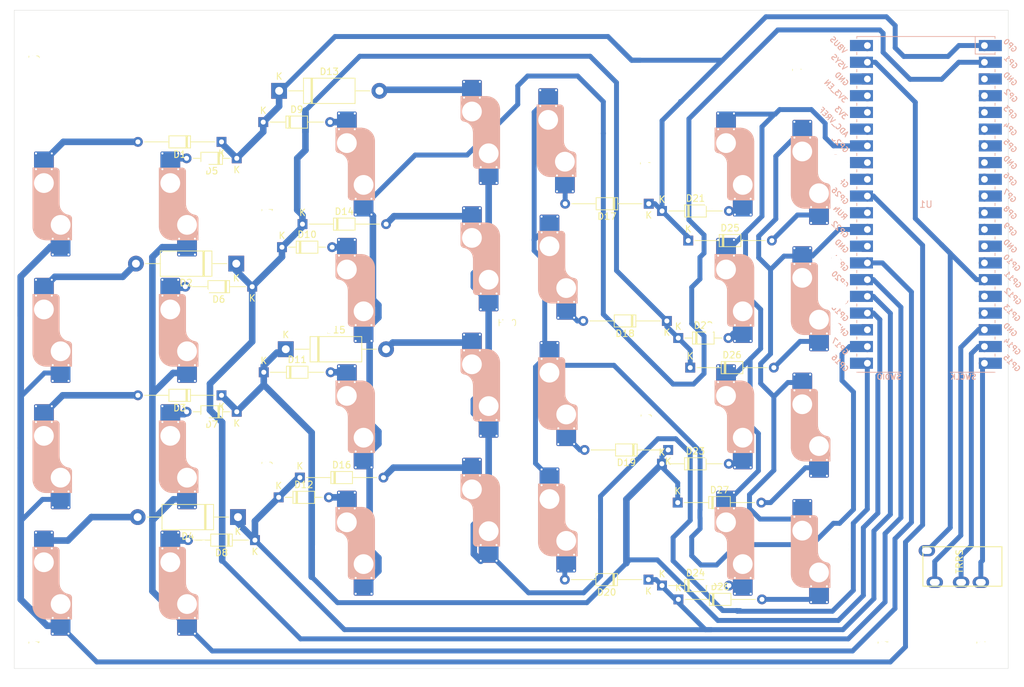
<source format=kicad_pcb>
(kicad_pcb (version 20240108) (generator "pcbnew") (generator_version "8.0")
  (layers (0 "F.Cu" signal) (31 "B.Cu" signal) (34 "B.Paste" user) (35 "F.Paste" user) (36 "B.SilkS" user "B.Silkscreen") (37 "F.SilkS" user "F.Silkscreen") (38 "B.Mask" user) (39 "F.Mask" user) (44 "Edge.Cuts" user))
  (net 0 "")
  (net 1 "Net-(D1-A)")
  (net 2 "/r1")
  (net 3 "Net-(D2-A)")
  (net 4 "/r2")
  (net 5 "/r3")
  (net 6 "Net-(D3-A)")
  (net 7 "/r4")
  (net 8 "Net-(D4-A)")
  (net 9 "Net-(D5-A)")
  (net 10 "Net-(D6-A)")
  (net 11 "Net-(D7-A)")
  (net 12 "Net-(D8-A)")
  (net 13 "Net-(D9-A)")
  (net 14 "Net-(D10-A)")
  (net 15 "Net-(D11-A)")
  (net 16 "Net-(D12-A)")
  (net 17 "Net-(D13-A)")
  (net 18 "Net-(D14-A)")
  (net 19 "Net-(D15-A)")
  (net 20 "Net-(D16-A)")
  (net 21 "Net-(D17-A)")
  (net 22 "Net-(D18-A)")
  (net 23 "Net-(D19-A)")
  (net 24 "Net-(D20-A)")
  (net 25 "Net-(D21-A)")
  (net 26 "Net-(D22-A)")
  (net 27 "Net-(D23-A)")
  (net 28 "Net-(D24-A)")
  (net 29 "Net-(D25-A)")
  (net 30 "Net-(D26-A)")
  (net 31 "Net-(D27-A)")
  (net 32 "Net-(D28-A)")
  (net 33 "/c1")
  (net 34 "/c2")
  (net 35 "/c3")
  (net 36 "/c4")
  (net 37 "/c5")
  (net 38 "/c6")
  (net 39 "/c7")
  (net 53 "5V")
  (net 57 "/sda")
  (net 58 "/scl")
  (net 64 "GND")
  (footprint "Diode_THT:D_DO-34_SOD68_P10.16mm_Horizontal" (layer "F.Cu") (at 86.58 130.5 180)
    (property "Reference" "D8")
    (property "Value" "D")
  )
  (footprint "BrownSugar_KBD:CherryMX_Hotswap_via_1U_with_tp" (layer "F.Cu") (at 136.4 126.8 90)
    (property "Reference" "SW20")
    (property "Value" "SW_PUSH")
  )
  (footprint "BrownSugar_KBD:mountinghole_M2" (layer "F.Cu") (at 197 147)
    (property "Reference" "H4")
    (property "Value" "MountingHole")
  )
  (footprint "BrownSugar_KBD:CherryMX_Hotswap_via_1U_with_tp" (layer "F.Cu") (at 155.6 74 -90)
    (property "Reference" "SW21")
    (property "Value" "SW_PUSH")
  )
  (footprint "BrownSugar_KBD:CherryMX_Hotswap_via_1U_with_tp" (layer "F.Cu") (at 59.6 78.8 90)
    (property "Reference" "SW1")
    (property "Value" "SW_PUSH")
  )
  (footprint "BrownSugar_KBD:CherryMX_Hotswap_via_1U_with_tp" (layer "F.Cu") (at 136.4 107.6 90)
    (property "Reference" "SW19")
    (property "Value" "SW_PUSH")
  )
  (footprint "BrownSugar_KBD:CherryMX_Hotswap_via_1U_with_tp" (layer "F.Cu") (at 59.6 98 90)
    (property "Reference" "SW2")
    (property "Value" "SW_PUSH")
  )
  (footprint "Diode_THT:D_DO-34_SOD68_P12.70mm_Horizontal" (layer "F.Cu") (at 150.8 124.8)
    (property "Reference" "D27")
    (property "Value" "D")
  )
  (footprint "Diode_THT:D_DO-34_SOD68_P12.70mm_Horizontal" (layer "F.Cu") (at 93.4 121)
    (property "Reference" "D16")
    (property "Value" "D")
  )
  (footprint "BrownSugar_KBD:CherryMX_Hotswap_via_1U_with_tp" (layer "F.Cu") (at 78.8 117.2 90)
    (property "Reference" "SW7")
    (property "Value" "SW_PUSH")
  )
  (footprint "BrownSugar_KBD:CherryMX_Hotswap_via_1U_with_tp" (layer "F.Cu") (at 59.6 117.2 90)
    (property "Reference" "SW3")
    (property "Value" "SW_PUSH")
  )
  (footprint "BrownSugar_KBD:CherryMX_Hotswap_via_1U_with_tp" (layer "F.Cu") (at 78.8 98 90)
    (property "Reference" "SW6")
    (property "Value" "SW_PUSH")
  )
  (footprint "Diode_THT:D_DO-34_SOD68_P12.70mm_Horizontal" (layer "F.Cu") (at 149.15 97.2 180)
    (property "Reference" "D18")
    (property "Value" "D")
  )
  (footprint "Diode_THT:D_DO-34_SOD68_P10.16mm_Horizontal" (layer "F.Cu") (at 86.16 92 180)
    (property "Reference" "D6")
    (property "Value" "D")
  )
  (footprint "Diode_THT:D_DO-34_SOD68_P10.16mm_Horizontal" (layer "F.Cu") (at 148.42 80.5)
    (property "Reference" "D21")
    (property "Value" "D")
  )
  (footprint "BrownSugar_KBD:mountinghole_M2" (layer "F.Cu") (at 182 147)
    (property "Reference" "H5")
    (property "Value" "MountingHole")
  )
  (footprint "BrownSugar_KBD:mountinghole_M2" (layer "F.Cu") (at 124.9 98)
    (property "Reference" "H10")
    (property "Value" "MountingHole")
  )
  (footprint "BrownSugar_KBD:CherryMX_Hotswap_via_1U_with_tp" (layer "F.Cu") (at 117 69.2 -90)
    (property "Reference" "SW13")
    (property "Value" "SW_PUSH")
  )
  (footprint "Diode_THT:D_DO-15_P15.24mm_Horizontal" (layer "F.Cu") (at 83.74 88.5 180)
    (property "Reference" "D2")
    (property "Value" "D")
  )
  (footprint "BrownSugar_KBD:CherryMX_Hotswap_via_1U_with_tp" (layer "F.Cu") (at 78.8 78.8 90)
    (property "Reference" "SW5")
    (property "Value" "SW_PUSH")
  )
  (footprint "Diode_THT:D_DO-34_SOD68_P7.62mm_Horizontal" (layer "F.Cu") (at 83.815 111 180)
    (property "Reference" "D7")
    (property "Value" "D")
  )
  (footprint "Diode_THT:D_DO-34_SOD68_P10.16mm_Horizontal" (layer "F.Cu") (at 87.84 67)
    (property "Reference" "D9")
    (property "Value" "D")
  )
  (footprint "Diode_THT:D_DO-34_SOD68_P7.62mm_Horizontal" (layer "F.Cu") (at 90.685 86)
    (property "Reference" "D10")
    (property "Value" "D")
  )
  (footprint "Diode_THT:D_DO-34_SOD68_P12.70mm_Horizontal" (layer "F.Cu") (at 81.5 108.5 180)
    (property "Reference" "D3")
    (property "Value" "D")
  )
  (footprint "BrownSugar_KBD:mountinghole_M2" (layer "F.Cu") (at 145.9 74.2)
    (property "Reference" "H6")
    (property "Value" "MountingHole")
  )
  (footprint "Diode_THT:D_DO-34_SOD68_P12.70mm_Horizontal" (layer "F.Cu") (at 150.9 139.5)
    (property "Reference" "D28")
    (property "Value" "D")
  )
  (footprint "BrownSugar_KBD:mountinghole_M2" (layer "F.Cu") (at 146 112.5)
    (property "Reference" "H9")
    (property "Value" "MountingHole")
  )
  (footprint "BrownSugar_KBD:mountinghole_M2" (layer "F.Cu") (at 53 58)
    (property "Reference" "H2")
    (property "Value" "MountingHole")
  )
  (footprint "Diode_THT:D_DO-34_SOD68_P7.62mm_Horizontal" (layer "F.Cu") (at 83.815 72.5 180)
    (property "Reference" "D5")
    (property "Value" "D")
  )
  (footprint "Diode_THT:D_DO-34_SOD68_P12.70mm_Horizontal" (layer "F.Cu") (at 152.7 104.3)
    (property "Reference" "D26")
    (property "Value" "D")
  )
  (footprint "Diode_THT:D_DO-34_SOD68_P12.70mm_Horizontal" (layer "F.Cu") (at 146.4 79.4 180)
    (property "Reference" "D17")
    (property "Value" "D")
  )
  (footprint "Diode_THT:D_DO-34_SOD68_P10.16mm_Horizontal" (layer "F.Cu") (at 148.42 137.4)
    (property "Reference" "D24")
    (property "Value" "D")
  )
  (footprint "BrownSugar_KBD:mountinghole_M2" (layer "F.Cu") (at 88.4 119.7)
    (property "Reference" "H8")
    (property "Value" "MountingHole")
  )
  (footprint "BrownSugar_KBD:CherryMX_Hotswap_via_1U_with_tp" (layer "F.Cu") (at 117 88.4 -90)
    (property "Reference" "SW14")
    (property "Value" "SW_PUSH")
  )
  (footprint "Diode_THT:D_DO-15_P15.24mm_Horizontal" (layer "F.Cu") (at 90.25 62.25)
    (property "Reference" "D13")
    (property "Value" "D")
  )
  (footprint "Diode_THT:D_DO-34_SOD68_P7.62mm_Horizontal" (layer "F.Cu") (at 90.185 124)
    (property "Reference" "D12")
    (property "Value" "D")
  )
  (footprint "BrownSugar_KBD:CherryMX_Hotswap_via_1U_with_tp" (layer "F.Cu") (at 78.8 136.4 90)
    (property "Reference" "SW8")
    (property "Value" "SW_PUSH")
  )
  (footprint "Diode_THT:D_DO-34_SOD68_P10.16mm_Horizontal" (layer "F.Cu") (at 87.92 105)
    (property "Reference" "D11")
    (property "Value" "D")
  )
  (footprint "Diode_THT:D_DO-34_SOD68_P12.70mm_Horizontal" (layer "F.Cu") (at 149.35 116.8 180)
    (property "Reference" "D19")
    (property "Value" "D")
  )
  (footprint "BrownSugar_KBD:CherryMX_Hotswap_via_1U_with_tp" (layer "F.Cu") (at 98 112.4 -90)
    (property "Reference" "SW11")
    (property "Value" "SW_PUSH")
  )
  (footprint "Diode_THT:D_DO-34_SOD68_P10.16mm_Horizontal" (layer "F.Cu") (at 148.4 118.9)
    (property "Reference" "D23")
    (property "Value" "D")
  )
  (footprint "BrownSugar_KBD:CherryMX_Hotswap_via_1U_with_tp" (layer "F.Cu") (at 98 131.6 -90)
    (property "Reference" "SW12")
    (property "Value" "SW_PUSH")
  )
  (footprint "Diode_THT:D_DO-34_SOD68_P12.70mm_Horizontal" (layer "F.Cu") (at 93.8 82.5)
    (property "Reference" "D14")
    (property "Value" "D")
  )
  (footprint "BrownSugar_KBD:TRRS_PJ-320A" (layer "F.Cu") (at 200.045 134.5 -90)
    (property "Reference" "J1")
    (property "Value" "TRRS" (hide yes))
  )
  (footprint "Diode_THT:D_DO-34_SOD68_P12.70mm_Horizontal" (layer "F.Cu") (at 152.4 85)
    (property "Reference" "D25")
    (property "Value" "D")
  )
  (footprint "Diode_THT:D_DO-34_SOD68_P7.62mm_Horizontal" (layer "F.Cu") (at 150.88 99.8)
    (property "Reference" "D22")
    (property "Value" "D")
  )
  (footprint "Diode_THT:D_DO-34_SOD68_P12.70mm_Horizontal" (layer "F.Cu") (at 146.35 136.5 180)
    (property "Reference" "D20")
    (property "Value" "D")
  )
  (footprint "BrownSugar_KBD:mountinghole_M2" (layer "F.Cu") (at 88.4 81.3)
    (property "Reference" "H7")
    (property "Value" "MountingHole")
  )
  (footprint "Diode_THT:D_DO-15_P15.24mm_Horizontal" (layer "F.Cu") (at 84 127 180)
    (property "Reference" "D4")
    (property "Value" "D")
  )
  (footprint "BrownSugar_KBD:CherryMX_Hotswap_via_1U_with_tp" (layer "F.Cu") (at 174.8 93.2 90)
    (property "Reference" "SW26")
    (property "Value" "SW_PUSH")
  )
  (footprint "BrownSugar_KBD:CherryMX_Hotswap_via_1U_with_tp" (layer "F.Cu") (at 98 93.2 -90)
    (property "Reference" "SW10")
    (property "Value" "SW_PUSH")
  )
  (footprint "BrownSugar_KBD:mountinghole_M2" (layer "F.Cu") (at 53 147)
    (property "Reference" "H3")
    (property "Value" "MountingHole")
  )
  (footprint "BrownSugar_KBD:CherryMX_Hotswap_via_1U_with_tp" (layer "F.Cu") (at 155.6 93.2 -90)
    (property "Reference" "SW22")
    (property "Value" "SW_PUSH")
  )
  (footprint "Diode_THT:D_DO-15_P15.24mm_Horizontal" (layer "F.Cu") (at 91.26 101.5)
    (property "Reference" "D15")
    (property "Value" "D")
  )
  (footprint "BrownSugar_KBD:CherryMX_Hotswap_via_1U_with_tp" (layer "F.Cu") (at 174.8 74 90)
    (property "Reference" "SW25")
    (property "Value" "SW_PUSH")
  )
  (footprint "BrownSugar_KBD:CherryMX_Hotswap_via_1U_with_tp" (layer "F.Cu") (at 136.4 88.4 90)
    (property "Reference" "SW18")
    (property "Value" "SW_PUSH")
  )
  (footprint "BrownSugar_KBD:mountinghole_M2" (layer "F.Cu") (at 169 60)
    (property "Reference" "H1")
    (property "Value" "MountingHole")
  )
  (footprint "BrownSugar_KBD:CherryMX_Hotswap_via_1U_with_tp" (layer "F.Cu") (at 155.6 112.4 -90)
    (property "Reference" "SW23")
    (property "Value" "SW_PUSH")
  )
  (footprint "BrownSugar_KBD:CherryMX_Hotswap_via_1U_with_tp" (layer "F.Cu") (at 174.8 131.6 90)
    (property "Reference" "SW28")
    (property "Value" "SW_PUSH")
  )
  (footprint "BrownSugar_KBD:CherryMX_Hotswap_via_1U_with_tp" (layer "F.Cu") (at 174.8 112.4 90)
    (property "Reference" "SW27")
    (property "Value" "SW_PUSH")
  )
  (footprint "BrownSugar_KBD:CherryMX_Hotswap_via_1U_with_tp" (layer "F.Cu") (at 117 107.6 -90)
    (property "Reference" "SW15")
    (property "Value" "SW_PUSH")
  )
  (footprint "BrownSugar_KBD:CherryMX_Hotswap_via_1U_with_tp" (layer "F.Cu") (at 98 74 -90)
    (property "Reference" "SW9")
    (property "Value" "SW_PUSH")
  )
  (footprint "BrownSugar_KBD:CherryMX_Hotswap_via_1U_with_tp" (layer "F.Cu") (at 117 126.6 -90)
    (property "Reference" "SW16")
    (property "Value" "SW_PUSH")
  )
  (footprint "Diode_THT:D_DO-34_SOD68_P12.70mm_Horizontal" (layer "F.Cu") (at 81.5 70 180)
    (property "Reference" "D1")
    (property "Value" "D")
  )
  (footprint "BrownSugar_KBD:CherryMX_Hotswap_via_1U_with_tp" (layer "F.Cu") (at 59.6 136.4 90)
    (property "Reference" "SW4")
    (property "Value" "SW_PUSH")
  )
  (footprint "BrownSugar_KBD:CherryMX_Hotswap_via_1U_with_tp" (layer "F.Cu") (at 136.2 69.2 90)
    (property "Reference" "SW17")
    (property "Value" "SW_PUSH")
  )
  (footprint "BrownSugar_KBD:CherryMX_Hotswap_via_1U_with_tp" (layer "F.Cu") (at 155.6 131.6 -90)
    (property "Reference" "SW24")
    (property "Value" "SW_PUSH")
  )
  (footprint "MCU_RaspberryPi_and_Boards:RPi_Pico_SMD_TH_NO_DEBUG" (layer "B.Cu") (at 188.5 79.5 180)
    (property "Reference" "U1")
    (property "Value" "Pico")
  )
  (gr_rect (start 50 50) (end 201 150) (stroke (width 0.05)) (fill none) (layer "Edge.Cuts"))
  (segment (start 54.52 72.96) (end 57.48 70) (width 1) (layer "B.Cu") (net 1))
  (segment (start 57.48 70) (end 68.8 70) (width 1) (layer "B.Cu") (net 1))
  (segment (start 146.4 79.4) (end 147.32 79.4) (width 0.75) (layer "B.Cu") (net 2))
  (segment (start 90.25 64.59) (end 87.84 67) (width 1) (layer "B.Cu") (net 2))
  (segment (start 191.856676 57.025) (end 193.511676 55.37) (width 0.75) (layer "B.Cu") (net 2))
  (segment (start 185.143324 57.025) (end 191.856676 57.025) (width 0.75) (layer "B.Cu") (net 2))
  (segment (start 143.8 57.6) (end 157.6 57.6) (width 0.75) (layer "B.Cu") (net 2))
  (segment (start 182.5 51) (end 183.835 52.335) (width 0.75) (layer "B.Cu") (net 2))
  (segment (start 140.2 54) (end 143.8 57.6) (width 0.75) (layer "B.Cu") (net 2))
  (segment (start 147.32 79.4) (end 148.42 80.5) (width 0.75) (layer "B.Cu") (net 2))
  (segment (start 164.2 51) (end 182.5 51) (width 0.75) (layer "B.Cu") (net 2))
  (segment (start 87.84 67) (end 87.84 68.475) (width 1) (layer "B.Cu") (net 2))
  (segment (start 90.25 62.25) (end 90.5 62.25) (width 1) (layer "B.Cu") (net 2))
  (segment (start 141.7 55.5) (end 143.8 57.6) (width 0.75) (layer "B.Cu") (net 2))
  (segment (start 151.25 63.95) (end 148.42 66.78) (width 0.75) (layer "B.Cu") (net 2))
  (segment (start 152.4 84.48) (end 148.42 80.5) (width 0.75) (layer "B.Cu") (net 2))
  (segment (start 151.25 63.85) (end 151.25 63.95) (width 0.75) (layer "B.Cu") (net 2))
  (segment (start 81.5 70.185) (end 83.815 72.5) (width 1) (layer "B.Cu") (net 2))
  (segment (start 87.84 68.475) (end 83.815 72.5) (width 1) (layer "B.Cu") (net 2))
  (segment (start 183.835 52.335) (end 183.835 55.716676) (width 0.75) (layer "B.Cu") (net 2))
  (segment (start 90.5 62.25) (end 98.75 54) (width 0.75) (layer "B.Cu") (net 2))
  (segment (start 151.25 63.85) (end 151.35 63.85) (width 0.75) (layer "B.Cu") (net 2))
  (segment (start 90.25 62.25) (end 90.25 64.59) (width 1) (layer "B.Cu") (net 2))
  (segment (start 193.511676 55.37) (end 197.39 55.37) (width 0.75) (layer "B.Cu") (net 2))
  (segment (start 143.8 57.6) (end 145.1 57.6) (width 0.75) (layer "B.Cu") (net 2))
  (segment (start 183.835 55.716676) (end 185.143324 57.025) (width 0.75) (layer "B.Cu") (net 2))
  (segment (start 151.35 63.85) (end 164.2 51) (width 0.75) (layer "B.Cu") (net 2))
  (segment (start 152.4 85) (end 152.4 84.48) (width 0.75) (layer "B.Cu") (net 2))
  (segment (start 81.5 70) (end 81.5 70.185) (width 1) (layer "B.Cu") (net 2))
  (segment (start 148.42 66.78) (end 148.42 80.5) (width 0.75) (layer "B.Cu") (net 2))
  (segment (start 98.75 54) (end 140.2 54) (width 0.75) (layer "B.Cu") (net 2))
  (segment (start 54.52 92.16) (end 56.18 90.5) (width 1) (layer "B.Cu") (net 3))
  (segment (start 66.5 90.5) (end 68.5 88.5) (width 1) (layer "B.Cu") (net 3))
  (segment (start 56.18 90.5) (end 66.5 90.5) (width 1) (layer "B.Cu") (net 3))
  (segment (start 81.6 133.6) (end 93.5 145.5) (width 0.75) (layer "B.Cu") (net 4))
  (segment (start 182.3 139.9) (end 182.3 129.5) (width 0.75) (layer "B.Cu") (net 4))
  (segment (start 102.5 57) (end 137.5 57) (width 0.75) (layer "B.Cu") (net 4))
  (segment (start 137.5 57) (end 141.5 61) (width 0.75) (layer "B.Cu") (net 4))
  (segment (start 182.3 129.5) (end 184.7 127.1) (width 0.75) (layer "B.Cu") (net 4))
  (segment (start 79.75 106.75) (end 86.16 100.34) (width 1) (layer "B.Cu") (net 4))
  (segment (start 149.15 98.07) (end 150.88 99.8) (width 0.75) (layer "B.Cu") (net 4))
  (segment (start 152.7 104.3) (end 152.7 101.62) (width 0.75) (layer "B.Cu") (net 4))
  (segment (start 93 72.5) (end 93 80.35) (width 1) (layer "B.Cu") (net 4))
  (segment (start 93 80.35) (end 93.8 81.15) (width 1) (layer "B.Cu") (net 4))
  (segment (start 149.15 97.2) (end 149.15 98.07) (width 0.75) (layer "B.Cu") (net 4))
  (segment (start 94.25 65.25) (end 102.5 57) (width 0.75) (layer "B.Cu") (net 4))
  (segment (start 152.7 101.62) (end 150.88 99.8) (width 0.75) (layer "B.Cu") (net 4))
  (segment (start 180.52 90.93) (end 179.61 90.93) (width 0.75) (layer "B.Cu") (net 4))
  (segment (start 184.7 95.11) (end 180.52 90.93) (width 0.75) (layer "B.Cu") (net 4))
  (segment (start 141.5 89.55) (end 149.15 97.2) (width 0.75) (layer "B.Cu") (net 4))
  (segment (start 93.5 145.5) (end 176.7 145.5) (width 0.75) (layer "B.Cu") (net 4))
  (segment (start 79.75 110.75) (end 79.75 106.75) (width 1) (layer "B.Cu") (net 4))
  (segment (start 184.7 127.1) (end 184.7 95.11) (width 0.75) (layer "B.Cu") (net 4))
  (segment (start 141.5 61) (end 141.5 89.55) (width 0.75) (layer "B.Cu") (net 4))
  (segment (start 81.6 133.6) (end 81.6 112.6) (width 1) (layer "B.Cu") (net 4))
  (segment (start 94.25 68.5) (end 94.25 65.25) (width 1) (layer "B.Cu") (net 4))
  (segment (start 81.6 112.6) (end 79.75 110.75) (width 1) (layer "B.Cu") (net 4))
  (segment (start 83.66 89.5) (end 86.16 92) (width 1) (layer "B.Cu") (net 4))
  (segment (start 90.685 87.475) (end 86.16 92) (width 1) (layer "B.Cu") (net 4))
  (segment (start 176.7 145.5) (end 182.3 139.9) (width 0.75) (layer "B.Cu") (net 4))
  (segment (start 94.25 65.5) (end 94.25 71.25) (width 1) (layer "B.Cu") (net 4))
  (segment (start 90.685 86) (end 90.685 87.475) (width 1) (layer "B.Cu") (net 4))
  (segment (start 94.25 71.25) (end 93 72.5) (width 1) (layer "B.Cu") (net 4))
  (segment (start 86.16 100.34) (end 86.16 92) (width 1) (layer "B.Cu") (net 4))
  (segment (start 93.8 81.15) (end 93.8 82.885) (width 1) (layer "B.Cu") (net 4))
  (segment (start 93.8 82.885) (end 90.685 86) (width 1) (layer "B.Cu") (net 4))
  (segment (start 179 138.9) (end 179 128.6) (width 0.75) (layer "B.Cu") (net 5))
  (segment (start 83.815 111) (end 83.815 110.815) (width 1) (layer "B.Cu") (net 5))
  (segment (start 150.8 121.8) (end 150.8 124.8) (width 0.75) (layer "B.Cu") (net 5))
  (segment (start 181.5 105.19) (end 181.5 96.99) (width 0.75) (layer "B.Cu") (net 5))
  (segment (start 179 128.6) (end 181.2 126.4) (width 0.75) (layer "B.Cu") (net 5))
  (segment (start 181.2 105.49) (end 181.5 105.19) (width 0.75) (layer "B.Cu") (net 5))
  (segment (start 87.92 106.895) (end 95.2 114.175) (width 1) (layer "B.Cu") (net 5))
  (segment (start 181.2 126.4) (end 181.2 105.49) (width 0.75) (layer "B.Cu") (net 5))
  (segment (start 95.2 136.072031) (end 99.127969 140) (width 0.75) (layer "B.Cu") (net 5))
  (segment (start 87.92 106.895) (end 83.815 111) (width 1) (layer "B.Cu") (net 5))
  (segment (start 148.4 118.9) (end 148.4 119.4) (width 0.75) (layer "B.Cu") (net 5))
  (segment (start 95.2 114.175) (end 95.2 136.072031) (width 1) (layer "B.Cu") (net 5))
  (segment (start 81.5 108.5) (end 81.6 108.4) (width 1) (layer "B.Cu") (net 5))
  (segment (start 87.92 104) (end 87.92 106.895) (width 1) (layer "B.Cu") (net 5))
  (segment (start 148.4 119.4) (end 150.8 121.8) (width 0.75) (layer "B.Cu") (net 5))
  (segment (start 89.92 102) (end 87.92 104) (width 1) (layer "B.Cu") (net 5))
  (segment (start 148.4 118.9) (end 148.4 117.75) (width 0.75) (layer "B.Cu") (net 5))
  (segment (start 180.52 96.01) (end 179.61 96.01) (width 0.75) (layer "B.Cu") (net 5))
  (segment (start 181.5 96.99) (end 180.52 96.01) (width 0.75) (layer "B.Cu") (net 5))
  (segment (start 156.9 142.7) (end 175.2 142.7) (width 0.75) (layer "B.Cu") (net 5))
  (segment (start 143 134) (end 143.5 133.5) (width 0.75) (layer "B.Cu") (net 5))
  (segment (start 143.5 133.5) (end 147.7 133.5) (width 0.75) (layer "B.Cu") (net 5))
  (segment (start 99.127969 140) (end 137 140) (width 0.75) (layer "B.Cu") (net 5))
  (segment (start 175.2 142.7) (end 179 138.9) (width 0.75) (layer "B.Cu") (net 5))
  (segment (start 83.815 110.815) (end 81.5 108.5) (width 1) (layer "B.Cu") (net 5))
  (segment (start 148.4 117.75) (end 149.35 116.8) (width 0.75) (layer "B.Cu") (net 5))
  (segment (start 147.7 133.5) (end 156.9 142.7) (width 0.75) (layer "B.Cu") (net 5))
  (segment (start 143 124.3) (end 148.4 118.9) (width 1) (layer "B.Cu") (net 5))
  (segment (start 143 134) (end 137 140) (width 0.75) (layer "B.Cu") (net 5))
  (segment (start 143 134) (end 143 124.3) (width 1) (layer "B.Cu") (net 5))
  (segment (start 54.52 111.36) (end 57.38 108.5) (width 1) (layer "B.Cu") (net 6))
  (segment (start 57.38 108.5) (end 68.8 108.5) (width 1) (layer "B.Cu") (net 6))
  (segment (start 180.6 139.4) (end 175.9 144.1) (width 0.75) (layer "B.Cu") (net 7))
  (segment (start 83.5 127.42) (end 86.58 130.5) (width 1) (layer "B.Cu") (net 7))
  (segment (start 100.18 144.1) (end 86.58 130.5) (width 0.75) (layer "B.Cu") (net 7))
  (segment (start 175.9 144.1) (end 100.18 144.1) (width 0.75) (layer "B.Cu") (net 7))
  (segment (start 155 144.1) (end 155.9 144.1) (width 0.75) (layer "B.Cu") (net 7))
  (segment (start 148.42 137.52) (end 155 144.1) (width 0.75) (layer "B.Cu") (net 7))
  (segment (start 148.42 137.4) (end 148.42 137.52) (width 0.75) (layer "B.Cu") (net 7))
  (segment (start 183.1 126.6) (end 180.6 129.1) (width 0.75) (layer "B.Cu") (net 7))
  (segment (start 90.185 124) (end 93.185 121) (width 1) (layer "B.Cu") (net 7))
  (segment (start 147.52 136.5) (end 148.42 137.4) (width 0.75) (layer "B.Cu") (net 7))
  (segment (start 86.58 127.605) (end 90.185 124) (width 1) (layer "B.Cu") (net 7))
  (segment (start 86.58 130.5) (end 86.58 127.605) (width 1) (layer "B.Cu") (net 7))
  (segment (start 183.1 96.05) (end 183.1 126.6) (width 0.75) (layer "B.Cu") (net 7))
  (segment (start 146.35 136.5) (end 147.52 136.5) (width 0.75) (layer "B.Cu") (net 7))
  (segment (start 180.52 93.47) (end 183.1 96.05) (width 0.75) (layer "B.Cu") (net 7))
  (segment (start 83.5 127) (end 83.5 127.42) (width 1) (layer "B.Cu") (net 7))
  (segment (start 180.6 129.1) (end 180.6 139.4) (width 0.75) (layer "B.Cu") (net 7))
  (segment (start 179.61 93.47) (end 180.52 93.47) (width 0.75) (layer "B.Cu") (net 7))
  (segment (start 58.167969 130.56) (end 61.727969 127) (width 1) (layer "B.Cu") (net 8))
  (segment (start 54.52 130.56) (end 58.167969 130.56) (width 1) (layer "B.Cu") (net 8))
  (segment (start 61.727969 127) (end 68.76 127) (width 1) (layer "B.Cu") (net 8))
  (segment (start 76.195 72.5) (end 74.18 72.5) (width 1) (layer "B.Cu") (net 9))
  (segment (start 74.18 72.5) (end 73.72 72.96) (width 1) (layer "B.Cu") (net 9))
  (segment (start 73.72 92.16) (end 75.84 92.16) (width 1) (layer "B.Cu") (net 10))
  (segment (start 75.84 92.16) (end 76 92) (width 1) (layer "B.Cu") (net 10))
  (segment (start 75.835 111.36) (end 76.195 111) (width 1) (layer "B.Cu") (net 11))
  (segment (start 73.72 111.36) (end 75.835 111.36) (width 1) (layer "B.Cu") (net 11))
  (segment (start 73.72 130.56) (end 76.36 130.56) (width 1) (layer "B.Cu") (net 12))
  (segment (start 76.36 130.56) (end 76.42 130.5) (width 1) (layer "B.Cu") (net 12))
  (segment (start 100.43 67) (end 100.54 66.89) (width 1) (layer "B.Cu") (net 13))
  (segment (start 98 67) (end 100.43 67) (width 1) (layer "B.Cu") (net 13))
  (segment (start 100.45 86) (end 100.54 86.09) (width 1) (layer "B.Cu") (net 14))
  (segment (start 98.305 86) (end 100.45 86) (width 1) (layer "B.Cu") (net 14))
  (segment (start 100.25 105) (end 100.54 105.29) (width 1) (layer "B.Cu") (net 15))
  (segment (start 98.08 105) (end 100.25 105) (width 1) (layer "B.Cu") (net 15))
  (segment (start 97.805 124) (end 100.05 124) (width 1) (layer "B.Cu") (net 16))
  (segment (start 100.05 124) (end 100.54 124.49) (width 1) (layer "B.Cu") (net 16))
  (segment (start 105.65 62.09) (end 105.49 62.25) (width 1) (layer "B.Cu") (net 17))
  (segment (start 119.54 62.09) (end 105.65 62.09) (width 1) (layer "B.Cu") (net 17))
  (segment (start 106.5 82.5) (end 107.71 81.29) (width 1) (layer "B.Cu") (net 18))
  (segment (start 107.71 81.29) (end 119.54 81.29) (width 1) (layer "B.Cu") (net 18))
  (segment (start 119.54 100.49) (end 107.51 100.49) (width 1) (layer "B.Cu") (net 19))
  (segment (start 107.51 100.49) (end 106.5 101.5) (width 1) (layer "B.Cu") (net 19))
  (segment (start 119.54 119.49) (end 107.61 119.49) (width 1) (layer "B.Cu") (net 20))
  (segment (start 107.61 119.49) (end 106.1 121) (width 1) (layer "B.Cu") (net 20))
  (segment (start 133.7 79.4) (end 133.7 76.35) (width 0.75) (layer "B.Cu") (net 21))
  (segment (start 133.7 76.35) (end 133.66 76.31) (width 0.75) (layer "B.Cu") (net 21))
  (segment (start 136.45 97.2) (end 135.55 97.2) (width 0.75) (layer "B.Cu") (net 22))
  (segment (start 135.55 97.2) (end 133.86 95.51) (width 0.75) (layer "B.Cu") (net 22))
  (segment (start 133.86 114.71) (end 133.29 114.71) (width 1) (layer "B.Cu") (net 23))
  (segment (start 136.65 116.8) (end 135.95 116.8) (width 0.75) (layer "B.Cu") (net 23))
  (segment (start 135.95 116.8) (end 133.86 114.71) (width 0.75) (layer "B.Cu") (net 23))
  (segment (start 133.65 136.5) (end 133.65 134.12) (width 0.75) (layer "B.Cu") (net 24))
  (segment (start 133.65 134.12) (end 133.86 133.91) (width 0.75) (layer "B.Cu") (net 24))
  (segment (start 160.02 80.5) (end 160.68 79.84) (width 0.75) (layer "B.Cu") (net 25))
  (segment (start 158.58 80.5) (end 160.02 80.5) (width 0.75) (layer "B.Cu") (net 25))
  (segment (start 160.68 99.04) (end 159.26 99.04) (width 0.75) (layer "B.Cu") (net 26))
  (segment (start 159.26 99.04) (end 158.5 99.8) (width 0.75) (layer "B.Cu") (net 26))
  (segment (start 158.56 118.9) (end 160.02 118.9) (width 0.75) (layer "B.Cu") (net 27))
  (segment (start 160.02 118.9) (end 160.68 118.24) (width 0.75) (layer "B.Cu") (net 27))
  (segment (start 158.62 137.44) (end 158.58 137.4) (width 0.75) (layer "B.Cu") (net 28))
  (segment (start 160.68 137.44) (end 158.62 137.44) (width 0.75) (layer "B.Cu") (net 28))
  (segment (start 172.26 81.11) (end 168.99 81.11) (width 0.75) (layer "B.Cu") (net 29))
  (segment (start 168.99 81.11) (end 165.1 85) (width 0.75) (layer "B.Cu") (net 29))
  (segment (start 169.39 100.31) (end 165.4 104.3) (width 0.75) (layer "B.Cu") (net 30))
  (segment (start 172.26 100.31) (end 169.39 100.31) (width 0.75) (layer "B.Cu") (net 30))
  (segment (start 172.26 119.51) (end 170.19 119.51) (width 0.75) (layer "B.Cu") (net 31))
  (segment (start 164.9 124.8) (end 163.5 124.8) (width 0.75) (layer "B.Cu") (net 31))
  (segment (start 170.19 119.51) (end 164.9 124.8) (width 0.75) (layer "B.Cu") (net 31))
  (segment (start 172.26 138.71) (end 171.47 139.5) (width 0.75) (layer "B.Cu") (net 32))
  (segment (start 171.47 139.5) (end 163.6 139.5) (width 0.75) (layer "B.Cu") (net 32))
  (segment (start 51 139.5) (end 55.01 143.51) (width 1) (layer "B.Cu") (net 33))
  (segment (start 62.55 149) (end 57.06 143.51) (width 0.75) (layer "B.Cu") (net 33))
  (segment (start 54.61 105.11) (end 57.06 105.11) (width 0.75) (layer "B.Cu") (net 33))
  (segment (start 51 90.47) (end 51 96.5) (width 1) (layer "B.Cu") (net 33))
  (segment (start 183.1 149) (end 62.55 149) (width 0.75) (layer "B.Cu") (net 33))
  (segment (start 51 116.5) (end 51 108.72) (width 0.75) (layer "B.Cu") (net 33))
  (segment (start 51 127.62) (end 54.31 124.31) (width 0.75) (layer "B.Cu") (net 33))
  (segment (start 188 128.2) (end 185.4 130.8) (width 0.75) (layer "B.Cu") (net 33))
  (segment (start 51 136) (end 51 127.62) (width 0.75) (layer "B.Cu") (net 33))
  (segment (start 185.4 130.8) (end 185.4 146.7) (width 0.75) (layer "B.Cu") (net 33))
  (segment (start 51 136) (end 51 139.5) (width 1) (layer "B.Cu") (net 33))
  (segment (start 57.06 85.91) (end 55.56 85.91) (width 1) (layer "B.Cu") (net 33))
  (segment (start 185.4 146.7) (end 183.1 149) (width 0.75) (layer "B.Cu") (net 33))
  (segment (start 51 116.5) (end 51 136) (width 1) (layer "B.Cu") (net 33))
  (segment (start 51 90.47) (end 51 116.5) (width 1) (layer "B.Cu") (net 33))
  (segment (start 51 108.72) (end 54.61 105.11) (width 0.75) (layer "B.Cu") (net 33))
  (segment (start 180.52 78.23) (end 188 85.71) (width 0.75) (layer "B.Cu") (net 33))
  (segment (start 55.01 143.51) (end 57.06 143.51) (width 1) (layer "B.Cu") (net 33))
  (segment (start 188 85.71) (end 188 128.2) (width 0.75) (layer "B.Cu") (net 33))
  (segment (start 55.56 85.91) (end 51 90.47) (width 1) (layer "B.Cu") (net 33))
  (segment (start 54.31 124.31) (end 57.06 124.31) (width 0.75) (layer "B.Cu") (net 33))
  (segment (start 179.61 78.23) (end 180.52 78.23) (width 0.75) (layer "B.Cu") (net 33))
  (segment (start 76.26 105.11) (end 74.14 105.11) (width 1) (layer "B.Cu") (net 34))
  (segment (start 186.3 92.8) (end 181.89 88.39) (width 0.75) (layer "B.Cu") (net 34))
  (segment (start 75.694748 85.91) (end 75.604748 86) (width 1) (layer "B.Cu") (net 34))
  (segment (start 76.26 124.31) (end 74.19 124.31) (width 1) (layer "B.Cu") (net 34))
  (segment (start 74.19 124.31) (end 71 127.5) (width 1) (layer "B.Cu") (net 34))
  (segment (start 71 138.25) (end 76.26 143.51) (width 1) (layer "B.Cu") (net 34))
  (segment (start 177.365 147.335) (end 183.8 140.9) (width 0.75) (layer "B.Cu") (net 34))
  (segment (start 80.085 147.335) (end 177.365 147.335) (width 0.75) (layer "B.Cu") (net 34))
  (segment (start 71 108.25) (end 71 127.5) (width 1) (layer "B.Cu") (net 34))
  (segment (start 76.26 85.91) (end 75.694748 85.91) (width 1) (layer "B.Cu") (net 34))
  (segment (start 71 127.5) (end 71 138.25) (width 1) (layer "B.Cu") (net 34))
  (segment (start 75.604748 86) (end 72.5 86) (width 1) (layer "B.Cu") (net 34))
  (segment (start 71 87.5) (end 71 108.25) (width 1) (layer "B.Cu") (net 34))
  (segment (start 183.8 140.9) (end 183.8 130.3) (width 0.75) (layer "B.Cu") (net 34))
  (segment (start 186.3 127.8) (end 186.3 92.8) (width 0.75) (layer "B.Cu") (net 34))
  (segment (start 183.8 130.3) (end 186.3 127.8) (width 0.75) (layer "B.Cu") (net 34))
  (segment (start 72.5 86) (end 71 87.5) (width 1) (layer "B.Cu") (net 34))
  (segment (start 74.14 105.11) (end 71 108.25) (width 1) (layer "B.Cu") (net 34))
  (segment (start 76.26 143.51) (end 80.085 147.335) (width 0.75) (layer "B.Cu") (net 34))
  (segment (start 181.89 88.39) (end 179.61 88.39) (width 0.75) (layer "B.Cu") (net 34))
  (segment (start 150.1 106.8) (end 139.5 96.2) (width 0.75) (layer "B.Cu") (net 35))
  (segment (start 139.5 96.2) (end 139.5 68.716979) (width 0.75) (layer "B.Cu") (net 35))
  (segment (start 128 60) (end 135.6 60) (width 0.75) (layer "B.Cu") (net 35))
  (segment (start 182 56.399544) (end 182 53.5) (width 0.75) (layer "B.Cu") (net 35))
  (segment (start 139.5 63.9) (end 139.5 68.716979) (width 0.75) (layer "B.Cu") (net 35))
  (segment (start 105.33 133.208019) (end 105.33 135.19) (width 1) (layer "B.Cu") (net 35))
  (segment (start 154.8 84.15) (end 154.8 86.904746) (width 0.75) (layer "B.Cu") (net 35))
  (segment (start 135.6 60) (end 139.5 63.9) (width 0.75) (layer "B.Cu") (net 35))
  (segment (start 104.011981 112.69) (end 105.33 114.008019) (width 1) (layer "B.Cu") (net 35))
  (segment (start 105.33 115.871981) (end 104 117.201981) (width 1) (layer "B.Cu") (net 35))
  (segment (start 105.33 94.808019) (end 105.33 96.671981) (width 1) (layer "B.Cu") (net 35))
  (segment (start 193.489544 57.91) (end 190.899544 60.5) (width 0.75) (layer "B.Cu") (net 35))
  (segment (start 126.5 61.5) (end 126.5 64.314796) (width 0.75) (layer "B.Cu") (net 35))
  (segment (start 181.5 53) (end 166 53) (width 0.75) (layer "B.Cu") (net 35))
  (segment (start 197.39 57.91) (end 193.489544 57.91) (width 0.75) (layer "B.Cu") (net 35))
  (segment (start 190.899544 60.5) (end 186.100456 60.5) (width 0.75) (layer "B.Cu") (net 35))
  (segment (start 104.5 93.978019) (end 105.33 94.808019) (width 1) (layer "B.Cu") (net 35))
  (segment (start 126.5 64.314796) (end 118.814796 72) (width 0.75) (layer "B.Cu") (net 35))
  (segment (start 152.5 81.85) (end 154.8 84.15) (width 0.75) (layer "B.Cu") (net 35))
  (segment (start 182 53.5) (end 181.5 53) (width 0.75) (layer "B.Cu") (net 35))
  (segment (start 186.100456 60.5) (end 182 56.399544) (width 0.75) (layer "B.Cu") (net 35))
  (segment (start 154.8 99.495254) (end 154.8 105.2) (width 0.75) (layer "B.Cu") (net 35))
  (segment (start 153.2 106.8) (end 150.1 106.8) (width 0.75) (layer "B.Cu") (net 35))
  (segment (start 154.175 87.529746) (end 154.175 90.841979) (width 0.75) (layer "B.Cu") (net 35))
  (segment (start 104.5 81.26) (end 104.5 93.978019) (width 1) (layer "B.Cu") (net 35))
  (segment (start 152.925 92.091979) (end 152.925 97.620254) (width 0.75) (layer "B.Cu") (net 35))
  (segment (start 105.33 135.19) (end 103.08 137.44) (width 1) (layer "B.Cu") (net 35))
  (segment (start 154.8 105.2) (end 153.2 106.8) (width 0.75) (layer "B.Cu") (net 35))
  (segment (start 104 98.001981) (end 104 112.69) (width 1) (layer "B.Cu") (net 35))
  (segment (start 103.08 79.84) (end 104.5 81.26) (width 1) (layer "B.Cu") (net 35))
  (segment (start 105.33 114.008019) (end 105.33 115.871981) (width 1) (layer "B.Cu") (net 35))
  (segment (start 110.92 72) (end 103.08 79.84) (width 0.75) (layer "B.Cu") (net 35))
  (segment (start 154.175 90.841979) (end 152.925 92.091979) (width 0.75) (layer "B.Cu") (net 35))
  (segment (start 152.5 66.5) (end 152.5 81.85) (width 0.75) (layer "B.Cu") (net 35))
  (segment (start 105.33 96.671981) (end 104 98.001981) (width 1) (layer "B.Cu") (net 35))
  (segment (start 152.925 97.620254) (end 154.8 99.495254) (width 0.75) (layer "B.Cu") (net 35))
  (segment (start 104 131.878019) (end 105.33 133.208019) (width 1) (layer "B.Cu") (net 35))
  (segment (start 126.5 61.5) (end 128 60) (width 0.75) (layer "B.Cu") (net 35))
  (segment (start 104 112.69) (end 104.011981 112.69) (width 1) (layer "B.Cu") (net 35))
  (segment (start 118.814796 72) (end 110.92 72) (width 0.75) (layer "B.Cu") (net 35))
  (segment (start 154.8 86.904746) (end 154.175 87.529746) (width 0.75) (layer "B.Cu") (net 35))
  (segment (start 166 53) (end 152.5 66.5) (width 0.75) (layer "B.Cu") (net 35))
  (segment (start 104 117.201981) (end 104 131.878019) (width 1) (layer "B.Cu") (net 35))
  (segment (start 150.1 130.1) (end 150.1 133.65) (width 0.75) (layer "B.Cu") (net 36))
  (segment (start 119.83 91.99) (end 122.08 94.24) (width 1) (layer "B.Cu") (net 36))
  (segment (start 122.08 113.44) (end 122.08 125.958019) (width 1) (layer "B.Cu") (net 36))
  (segment (start 139.075 135.925) (end 139.075 123.825) (width 0.75) (layer "B.Cu") (net 36))
  (segment (start 122.08 106.958019) (end 119.83 109.208019) (width 1) (layer "B.Cu") (net 36))
  (segment (start 150.5 115.1) (end 152.7 117.3) (width 0.75) (layer "B.Cu") (net 36))
  (segment (start 122.08 125.958019) (end 119.83 128.208019) (width 1) (layer "B.Cu") (net 36))
  (segment (start 152.7 127.5) (end 150.1 130.1) (width 0.75) (layer "B.Cu") (net 36))
  (segment (start 179.61 103.63) (end 179.6 103.64) (width 0.75) (layer "B.Cu") (net 36))
  (segment (start 174.3 141.3) (end 159.85 141.3) (width 0.75) (layer "B.Cu") (net 36))
  (segment (start 139.075 123.825) (end 147.8 115.1) (width 0.75) (layer "B.Cu") (net 36))
  (segment (start 179.6 125.8) (end 177.475 127.925) (width 0.75) (layer "B.Cu") (net 36))
  (segment (start 119.83 90.008019) (end 119.83 91.99) (width 1) (layer "B.Cu") (net 36))
  (segment (start 152.7 117.3) (end 152.7 127.5) (width 0.75) (layer "B.Cu") (net 36))
  (segment (start 177.475 127.925) (end 177.475 138.125) (width 0.75) (layer "B.Cu") (net 36))
  (segment (start 122.08 75.04) (end 122.08 87.758019) (width 1) (layer "B.Cu") (net 36))
  (segment (start 119.83 111.19) (end 122.08 113.44) (width 1) (layer "B.Cu") (net 36))
  (segment (start 157.65 141.2) (end 160.3 141.2) (width 0.75) (layer "B.Cu") (net 36))
  (segment (start 122.08 87.758019) (end 119.83 90.008019) (width 1) (layer "B.Cu") (net 36))
  (segment (start 159.85 141.3) (end 159.75 141.2) (width 0.75) (layer "B.Cu") (net 36))
  (segment (start 177.475 138.125) (end 174.3 141.3) (width 0.75) (layer "B.Cu") (net 36))
  (segment (start 150.1 133.65) (end 157.65 141.2) (width 0.75) (layer "B.Cu") (net 36))
  (segment (start 119.83 128.208019) (end 119.83 132.59) (width 1) (layer "B.Cu") (net 36))
  (segment (start 119.83 109.208019) (end 119.83 111.19) (width 1) (layer "B.Cu") (net 36))
  (segment (start 128.14 138.5) (end 136.5 138.5) (width 0.75) (layer "B.Cu") (net 36))
  (segment (start 179.6 103.64) (end 179.6 125.8) (width 0.75) (layer "B.Cu") (net 36))
  (segment (start 119.83 132.59) (end 120.88 133.64) (width 1) (layer "B.Cu") (net 36))
  (segment (start 122.08 132.44) (end 128.14 138.5) (width 0.75) (layer "B.Cu") (net 36))
  (segment (start 136.5 138.5) (end 139.075 135.925) (width 0.75) (layer "B.Cu") (net 36))
  (segment (start 122.08 94.24) (end 122.08 106.958019) (width 1) (layer "B.Cu") (net 36))
  (segment (start 147.8 115.1) (end 150.5 115.1) (width 0.75) (layer "B.Cu") (net 36))
  (segment (start 128.995 84.885) (end 128.995 84.9) (width 0.75) (layer "B.Cu") (net 37))
  (segment (start 133.505 103.945) (end 131.32 101.76) (width 0.75) (layer "B.Cu") (net 37))
  (segment (start 175.75 102.24) (end 175.75 106.254746) (width 0.75) (layer "B.Cu") (net 37))
  (segment (start 174.455 127.945) (end 171.215 131.185) (width 0.75) (layer "B.Cu") (net 37))
  (segment (start 131.12 63.36) (end 128.995 65.485) (width 0.75) (layer "B.Cu") (net 37))
  (segment (start 176.9 101.09) (end 175.75 102.24) (width 0.75) (layer "B.Cu") (net 37))
  (segment (start 175.390254 127.945) (end 174.455 127.945) (width 0.75) (layer "B.Cu") (net 37))
  (segment (start 154.2 127.135254) (end 154.175 127.110254) (width 0.75) (layer "B.Cu") (net 37))
  (segment (start 179.61 101.09) (end 176.9 101.09) (width 0.75) (layer "B.Cu") (net 37))
  (segment (start 152.925 130.029746) (end 154.2 128.754746) (width 0.75) (layer "B.Cu") (net 37))
  (segment (start 154.2 128.754746) (end 154.2 127.135254) (width 0.75) (layer "B.Cu") (net 37))
  (segment (start 130.6 88.145204) (end 130.6 102.774796) (width 0.75) (layer "B.Cu") (net 37))
  (segment (start 177.5 125.835254) (end 175.390254 127.945) (width 0.75) (layer "B.Cu") (net 37))
  (segment (start 154.2 125.904746) (end 154.2 118.095254) (width 0.75) (layer "B.Cu") (net 37))
  (segment (start 129.195 118.835) (end 131.32 120.96) (width 0.75) (layer "B.Cu") (net 37))
  (segment (start 154.175 125.929746) (end 154.2 125.904746) (width 0.75) (layer "B.Cu") (net 37))
  (segment (start 159.798021 131.185) (end 156.708021 134.275) (width 0.75) (layer "B.Cu") (net 37))
  (segment (start 141.112767 103.945) (end 133.505 103.945) (width 0.75) (layer "B.Cu") (net 37))
  (segment (start 129.195 104.179796) (end 129.195 118.835) (width 0.75) (layer "B.Cu") (net 37))
  (segment (start 154.325 134.275) (end 152.925 132.875) (width 0.75) (layer "B.Cu") (net 37))
  (segment (start 154.175 127.110254) (end 154.175 125.929746) (width 0.75) (layer "B.Cu") (net 37))
  (segment (start 175.75 106.254746) (end 177.5 108.004746) (width 0.75) (layer "B.Cu") (net 37))
  (segment (start 154.175 117.007233) (end 141.112767 103.945) (width 0.75) (layer "B.Cu") (net 37))
  (segment (start 154.2 118.095254) (end 154.175 118.070254) (width 0.75) (layer "B.Cu") (net 37))
  (segment (start 171.215 131.185) (end 159.798021 131.185) (width 0.75) (layer "B.Cu") (net 37))
  (segment (start 131.32 82.56) (end 128.995 84.885) (width 0.75) (layer "B.Cu") (net 37))
  (segment (start 128.995 84.9) (end 128.995 86.540204) (width 0.75) (layer "B.Cu") (net 37))
  (segment (start 128.995 86.540204) (end 130.6 88.145204) (width 0.75) (layer "B.Cu") (net 37))
  (segment (start 128.995 65.485) (end 128.995 84.9) (width 0.75) (layer "B.Cu") (net 37))
  (segment (start 130.6 102.774796) (end 129.195 104.179796) (width 0.75) (layer "B.Cu") (net 37))
  (segment (start 154.175 118.070254) (end 154.175 117.007233) (width 0.75) (layer "B.Cu") (net 37))
  (segment (start 152.925 132.875) (end 152.925 130.029746) (width 0.75) (layer "B.Cu") (net 37))
  (segment (start 177.5 108.004746) (end 177.5 125.835254) (width 0.75) (layer "B.Cu") (net 37))
  (segment (start 156.708021 134.275) (end 154.325 134.275) (width 0.75) (layer "B.Cu") (net 37))
  (segment (start 158.81 86.09) (end 163.6 81.3) (width 0.75) (layer "B.Cu") (net 38))
  (segment (start 173.2 69.335254) (end 174.474746 70.61) (width 0.75) (layer "B.Cu") (net 38))
  (segment (start 158.1 105.25) (end 158.14 105.29) (width 1) (layer "B.Cu") (net 38))
  (segment (start 173.2 67.2) (end 173.2 69.335254) (width 0.75) (layer "B.Cu") (net 38))
  (segment (start 158.14 86.09) (end 158.81 86.09) (width 0.75) (layer "B.Cu") (net 38))
  (segment (start 163.055 114.309796) (end 163.055 119.963476) (width 0.75) (layer "B.Cu") (net 38))
  (segment (start 161.1 93.154796) (end 163.4 95.454796) (width 0.75) (layer "B.Cu") (net 38))
  (segment (start 159.245 65.785) (end 165.6 65.785) (width 0.75) (layer "B.Cu") (net 38))
  (segment (start 163.6 67.7) (end 165.515 65.785) (width 0.75) (layer "B.Cu") (net 38))
  (segment (start 166.285 65.1) (end 171.1 65.1) (width 0.75) (layer "B.Cu") (net 38))
  (segment (start 163.055 119.963476) (end 158.528476 124.49) (width 0.75) (layer "B.Cu") (net 38))
  (segment (start 159.51 105.29) (end 158.14 105.29) (width 0.75) (layer "B.Cu") (net 38))
  (segment (start 161.95 102.85) (end 161.8 103) (width 0.75) (layer "B.Cu") (net 38))
  (segment (start 158.05 86) (end 158.14 86.09) (width 1) (layer "B.Cu") (net 38))
  (segment (start 158.528476 124.49) (end 158.14 124.49) (width 0.75) (layer "B.Cu") (net 38))
  (segment (start 163.4 101.4) (end 159.51 105.29) (width 0.75) (layer "B.Cu") (net 38))
  (segment (start 161.65 83.25) (end 161.1 83.8) (width 0.75) (layer "B.Cu") (net 38))
  (segment (start 158.13 124.5) (end 158.14 124.49) (width 1) (layer "B.Cu") (net 38))
  (segment (start 161.8 113.054796) (end 163.055 114.309796) (width 0.75) (layer "B.Cu") (net 38))
  (segment (start 174.474746 70.61) (end 179.61 70.61) (width 0.75) (layer "B.Cu") (net 38))
  (segment (start 157.75 66.5) (end 158.14 66.89) (width 1) (layer "B.Cu") (net 38))
  (segment (start 161.8 103) (end 161.8 113.054796) (width 0.75) (layer "B.Cu") (net 38))
  (segment (start 163.6 81.3) (end 163.6 67.7) (width 0.75) (layer "B.Cu") (net 38))
  (segment (start 163.4 95.454796) (end 163.4 101.4) (width 0.75) (layer "B.Cu") (net 38))
  (segment (start 161.1 83.8) (end 161.1 93.154796) (width 0.75) (layer "B.Cu") (net 38))
  (segment (start 165.515 65.785) (end 165.6 65.785) (width 0.75) (layer "B.Cu") (net 38))
  (segment (start 158.14 66.89) (end 159.245 65.785) (width 0.75) (layer "B.Cu") (net 38))
  (segment (start 165.6 65.785) (end 166.285 65.1) (width 0.75) (layer "B.Cu") (net 38))
  (segment (start 171.1 65.1) (end 173.2 67.2) (width 0.75) (layer "B.Cu") (net 38))
  (segment (start 163.3 127.3) (end 161.7 125.7) (width 0.75) (layer "B.Cu") (net 39))
  (segment (start 169.72 87.36) (end 166.94 87.36) (width 0.75) (layer "B.Cu") (net 39))
  (segment (start 163.1 84.322767) (end 165.7 81.722767) (width 0.75) (layer "B.Cu") (net 39))
  (segment (start 169.72 125.76) (end 168.18 127.3) (width 0.75) (layer "B.Cu") (net 39))
  (segment (start 163.1 87.6) (end 163.1 84.322767) (width 0.75) (layer "B.Cu") (net 39))
  (segment (start 165.4 119.9) (end 165.4 108.7) (width 0.75) (layer "B.Cu") (net 39))
  (segment (start 166.94 87.36) (end 164.9 89.4) (width 0.75) (layer "B.Cu") (net 39))
  (segment (start 164.9 89.4) (end 163.1 87.6) (width 0.75) (layer "B.Cu") (net 39))
  (segment (start 169.72 87.36) (end 171.22 87.36) (width 0.75) (layer "B.Cu") (net 39))
  (segment (start 165.7 81.722767) (end 165.7 72.18) (width 0.75) (layer "B.Cu") (net 39))
  (segment (start 168.18 127.3) (end 163.3 127.3) (width 0.75) (layer "B.Cu") (net 39))
  (segment (start 167.54 106.56) (end 165.4 108.7) (width 0.75) (layer "B.Cu") (net 39))
  (segment (start 164.9 102.2) (end 163.4 103.7) (width 0.75) (layer "B.Cu") (net 39))
  (segment (start 165.7 72.18) (end 169.72 68.16) (width 0.75) (layer "B.Cu") (net 39))
  (segment (start 161.7 125.7) (end 161.7 123.6) (width 0.75) (layer "B.Cu") (net 39))
  (segment (start 163.4 103.7) (end 163.4 106.7) (width 0.75) (layer "B.Cu") (net 39))
  (segment (start 169.72 106.56) (end 167.54 106.56) (width 0.75) (layer "B.Cu") (net 39))
  (segment (start 163.4 106.7) (end 165.4 108.7) (width 0.75) (layer "B.Cu") (net 39))
  (segment (start 175.27 83.31) (end 179.61 83.31) (width 0.75) (layer "B.Cu") (net 39))
  (segment (start 164.9 89.4) (end 164.9 102.2) (width 0.75) (layer "B.Cu") (net 39))
  (segment (start 171.22 87.36) (end 175.27 83.31) (width 0.75) (layer "B.Cu") (net 39))
  (segment (start 161.7 123.6) (end 165.4 119.9) (width 0.75) (layer "B.Cu") (net 39))
  (segment (start 192.2 128.6) (end 192.2 86.94208) (width 0.75) (layer "B.Cu") (net 53))
  (segment (start 186.891041 81.633122) (end 190.87896 85.62104) (width 0.75) (layer "B.Cu") (net 53))
  (segment (start 188.645 132.1) (end 188.7 132.1) (width 0.75) (layer "B.Cu") (net 53))
  (segment (start 192.2 86.94208) (end 190.87896 85.62104) (width 0.75) (layer "B.Cu") (net 53))
  (segment (start 196.187919 90.93) (end 197.39 90.93) (width 0.75) (layer "B.Cu") (net 53))
  (segment (start 190.87896 85.62104) (end 196.187919 90.93) (width 0.75) (layer "B.Cu") (net 53))
  (segment (start 188.7 132.1) (end 192.2 128.6) (width 0.75) (layer "B.Cu") (net 53))
  (segment (start 179.61 57.91) (end 180.812081 57.91) (width 0.75) (layer "B.Cu") (net 53))
  (segment (start 180.812081 57.91) (end 186.891041 63.98896) (width 0.75) (layer "B.Cu") (net 53))
  (segment (start 186.891041 63.98896) (end 186.891041 81.633122) (width 0.75) (layer "B.Cu") (net 53))
  (segment (start 195.4 131.35) (end 193.845 132.905) (width 0.75) (layer "B.Cu") (net 57))
  (segment (start 196.48 101.09) (end 195.4 102.17) (width 0.75) (layer "B.Cu") (net 57))
  (segment (start 195.4 102.17) (end 195.4 131.35) (width 0.75) (layer "B.Cu") (net 57))
  (segment (start 193.845 132.905) (end 193.845 136.9) (width 0.75) (layer "B.Cu") (net 57))
  (segment (start 197.39 101.09) (end 196.48 101.09) (width 0.75) (layer "B.Cu") (net 57))
  (segment (start 197.1 103.92) (end 197.1 133.6) (width 0.75) (layer "B.Cu") (net 58))
  (segment (start 197.39 103.63) (end 197.1 103.92) (width 0.75) (layer "B.Cu") (net 58))
  (segment (start 197.1 133.6) (end 196.845 133.855) (width 0.75) (layer "B.Cu") (net 58))
  (segment (start 196.845 133.855) (end 196.845 136.9) (width 0.75) (layer "B.Cu") (net 58))
  (segment (start 197.34 98.5) (end 196.53 98.5) (width 0.75) (layer "B.Cu") (net 64))
  (segment (start 197.39 98.55) (end 197.34 98.5) (width 0.75) (layer "B.Cu") (net 64))
  (segment (start 193.8 129.784518) (end 189.845 133.739518) (width 0.75) (layer "B.Cu") (net 64))
  (segment (start 193.8 101.23) (end 193.8 129.784518) (width 0.75) (layer "B.Cu") (net 64))
  (segment (start 196.53 98.5) (end 193.8 101.23) (width 0.75) (layer "B.Cu") (net 64))
  (segment (start 189.845 133.739518) (end 189.845 136.9) (width 0.75) (layer "B.Cu") (net 64))
)
</source>
